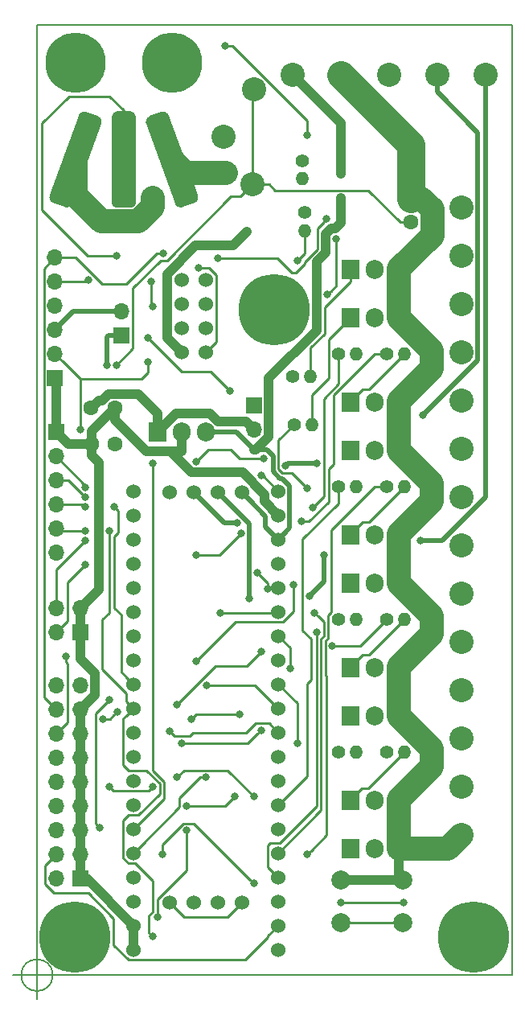
<source format=gbr>
%TF.GenerationSoftware,KiCad,Pcbnew,(5.0.2)-1*%
%TF.CreationDate,2020-01-28T14:28:05-08:00*%
%TF.ProjectId,DMX_CTRL,444d585f-4354-4524-9c2e-6b696361645f,rev?*%
%TF.SameCoordinates,PX4c4b400PY8f0d180*%
%TF.FileFunction,Copper,L1,Top*%
%TF.FilePolarity,Positive*%
%FSLAX46Y46*%
G04 Gerber Fmt 4.6, Leading zero omitted, Abs format (unit mm)*
G04 Created by KiCad (PCBNEW (5.0.2)-1) date 1/28/2020 2:28:05 PM*
%MOMM*%
%LPD*%
G01*
G04 APERTURE LIST*
%ADD10C,0.150000*%
%ADD11C,6.350000*%
%ADD12C,0.100000*%
%ADD13C,2.540000*%
%ADD14C,1.524000*%
%ADD15C,1.400000*%
%ADD16O,1.400000X1.400000*%
%ADD17C,1.600000*%
%ADD18C,7.500000*%
%ADD19R,1.700000X1.700000*%
%ADD20O,1.700000X1.700000*%
%ADD21O,1.905000X2.000000*%
%ADD22R,1.905000X2.000000*%
%ADD23C,2.000000*%
%ADD24C,0.800000*%
%ADD25C,0.250000*%
%ADD26C,1.000000*%
%ADD27C,2.000000*%
%ADD28C,3.000000*%
%ADD29C,2.500000*%
%ADD30C,0.500000*%
G04 APERTURE END LIST*
D10*
X1666666Y0D02*
G75*
G03X1666666Y0I-1666666J0D01*
G01*
X-2500000Y0D02*
X2500000Y0D01*
X0Y2500000D02*
X0Y-2500000D01*
X0Y100000000D02*
X0Y0D01*
X50000000Y100000000D02*
X0Y100000000D01*
X50000000Y0D02*
X50000000Y100000000D01*
X0Y0D02*
X50000000Y0D01*
D11*
X14224000Y96012000D03*
X4064000Y96012000D03*
D12*
G36*
X13390172Y90874742D02*
X13451356Y90862918D01*
X13511086Y90845154D01*
X13568788Y90821621D01*
X13623905Y90792546D01*
X13675907Y90758208D01*
X13724293Y90718939D01*
X13768596Y90675116D01*
X13808391Y90627161D01*
X13843294Y90575537D01*
X13872969Y90520740D01*
X13897130Y90463299D01*
X16937689Y82109432D01*
X16956103Y82049899D01*
X16968594Y81988847D01*
X16975040Y81926866D01*
X16975380Y81864551D01*
X16969610Y81802502D01*
X16957786Y81741318D01*
X16940022Y81681588D01*
X16916489Y81623886D01*
X16887414Y81568769D01*
X16853076Y81516767D01*
X16813807Y81468382D01*
X16769984Y81424078D01*
X16722029Y81384283D01*
X16670405Y81349380D01*
X16615608Y81319705D01*
X16558167Y81295544D01*
X15364758Y80861179D01*
X15305225Y80842765D01*
X15244173Y80830274D01*
X15182192Y80823828D01*
X15119877Y80823488D01*
X15057828Y80829258D01*
X14996644Y80841082D01*
X14936914Y80858846D01*
X14879212Y80882379D01*
X14824095Y80911454D01*
X14772093Y80945792D01*
X14723707Y80985061D01*
X14679404Y81028884D01*
X14639609Y81076839D01*
X14604706Y81128463D01*
X14575031Y81183260D01*
X14550870Y81240701D01*
X11510311Y89594568D01*
X11491897Y89654101D01*
X11479406Y89715153D01*
X11472960Y89777134D01*
X11472620Y89839449D01*
X11478390Y89901498D01*
X11490214Y89962682D01*
X11507978Y90022412D01*
X11531511Y90080114D01*
X11560586Y90135231D01*
X11594924Y90187233D01*
X11634193Y90235618D01*
X11678016Y90279922D01*
X11725971Y90319717D01*
X11777595Y90354620D01*
X11832392Y90384295D01*
X11889833Y90408456D01*
X13083242Y90842821D01*
X13142775Y90861235D01*
X13203827Y90873726D01*
X13265808Y90880172D01*
X13328123Y90880512D01*
X13390172Y90874742D01*
X13390172Y90874742D01*
G37*
D13*
X14224000Y85852000D03*
D12*
G36*
X9841241Y90928942D02*
X9902882Y90919799D01*
X9963331Y90904657D01*
X10022004Y90883664D01*
X10078337Y90857020D01*
X10131787Y90824983D01*
X10181840Y90787862D01*
X10228013Y90746013D01*
X10269862Y90699840D01*
X10306983Y90649787D01*
X10339020Y90596337D01*
X10365664Y90540004D01*
X10386657Y90481331D01*
X10401799Y90420882D01*
X10410942Y90359241D01*
X10414000Y90297000D01*
X10414000Y81407000D01*
X10410942Y81344759D01*
X10401799Y81283118D01*
X10386657Y81222669D01*
X10365664Y81163996D01*
X10339020Y81107663D01*
X10306983Y81054213D01*
X10269862Y81004160D01*
X10228013Y80957987D01*
X10181840Y80916138D01*
X10131787Y80879017D01*
X10078337Y80846980D01*
X10022004Y80820336D01*
X9963331Y80799343D01*
X9902882Y80784201D01*
X9841241Y80775058D01*
X9779000Y80772000D01*
X8509000Y80772000D01*
X8446759Y80775058D01*
X8385118Y80784201D01*
X8324669Y80799343D01*
X8265996Y80820336D01*
X8209663Y80846980D01*
X8156213Y80879017D01*
X8106160Y80916138D01*
X8059987Y80957987D01*
X8018138Y81004160D01*
X7981017Y81054213D01*
X7948980Y81107663D01*
X7922336Y81163996D01*
X7901343Y81222669D01*
X7886201Y81283118D01*
X7877058Y81344759D01*
X7874000Y81407000D01*
X7874000Y90297000D01*
X7877058Y90359241D01*
X7886201Y90420882D01*
X7901343Y90481331D01*
X7922336Y90540004D01*
X7948980Y90596337D01*
X7981017Y90649787D01*
X8018138Y90699840D01*
X8059987Y90746013D01*
X8106160Y90787862D01*
X8156213Y90824983D01*
X8209663Y90857020D01*
X8265996Y90883664D01*
X8324669Y90904657D01*
X8385118Y90919799D01*
X8446759Y90928942D01*
X8509000Y90932000D01*
X9779000Y90932000D01*
X9841241Y90928942D01*
X9841241Y90928942D01*
G37*
D13*
X9144000Y85852000D03*
D12*
G36*
X5022192Y90880172D02*
X5084173Y90873726D01*
X5145225Y90861235D01*
X5204758Y90842821D01*
X6398167Y90408456D01*
X6455608Y90384295D01*
X6510405Y90354620D01*
X6562029Y90319717D01*
X6609984Y90279922D01*
X6653807Y90235619D01*
X6693076Y90187233D01*
X6727414Y90135231D01*
X6756489Y90080114D01*
X6780022Y90022412D01*
X6797786Y89962682D01*
X6809610Y89901498D01*
X6815380Y89839449D01*
X6815040Y89777134D01*
X6808594Y89715153D01*
X6796103Y89654101D01*
X6777689Y89594568D01*
X3737130Y81240701D01*
X3712969Y81183260D01*
X3683294Y81128463D01*
X3648391Y81076839D01*
X3608596Y81028884D01*
X3564292Y80985061D01*
X3515907Y80945792D01*
X3463905Y80911454D01*
X3408788Y80882379D01*
X3351086Y80858846D01*
X3291356Y80841082D01*
X3230172Y80829258D01*
X3168123Y80823488D01*
X3105808Y80823828D01*
X3043827Y80830274D01*
X2982775Y80842765D01*
X2923242Y80861179D01*
X1729833Y81295544D01*
X1672392Y81319705D01*
X1617595Y81349380D01*
X1565971Y81384283D01*
X1518016Y81424078D01*
X1474193Y81468381D01*
X1434924Y81516767D01*
X1400586Y81568769D01*
X1371511Y81623886D01*
X1347978Y81681588D01*
X1330214Y81741318D01*
X1318390Y81802502D01*
X1312620Y81864551D01*
X1312960Y81926866D01*
X1319406Y81988847D01*
X1331897Y82049899D01*
X1350311Y82109432D01*
X4390870Y90463299D01*
X4415031Y90520740D01*
X4444706Y90575537D01*
X4479609Y90627161D01*
X4519404Y90675116D01*
X4563708Y90718939D01*
X4612093Y90758208D01*
X4664095Y90792546D01*
X4719212Y90821621D01*
X4776914Y90845154D01*
X4836644Y90862918D01*
X4897828Y90874742D01*
X4959877Y90880512D01*
X5022192Y90880172D01*
X5022192Y90880172D01*
G37*
D13*
X4064000Y85852000D03*
D14*
X17790000Y73165000D03*
X17790000Y70625000D03*
X17790000Y68085000D03*
X17790000Y65545000D03*
X15250000Y65545000D03*
X15250000Y68085000D03*
X15250000Y70625000D03*
X15250000Y73165000D03*
D15*
X28194000Y80264000D03*
D16*
X28194000Y78364000D03*
D14*
X10170000Y2680000D03*
X10170000Y15380000D03*
X10170000Y33160000D03*
X10170000Y43320000D03*
X10170000Y5220000D03*
X10170000Y28080000D03*
X10170000Y10300000D03*
X10170000Y12840000D03*
X10170000Y7760000D03*
X10170000Y30620000D03*
X10170000Y25540000D03*
X10170000Y38240000D03*
X10170000Y17920000D03*
X10170000Y45860000D03*
X10170000Y40780000D03*
X10170000Y35700000D03*
X10170000Y48400000D03*
X10170000Y23000000D03*
X10170000Y50940000D03*
X10170000Y20460000D03*
X25410000Y2680000D03*
X25410000Y5220000D03*
X25410000Y7760000D03*
X25410000Y10300000D03*
X25410000Y12840000D03*
X25410000Y20460000D03*
X25410000Y15380000D03*
X25410000Y17920000D03*
X25410000Y23000000D03*
X25410000Y25540000D03*
X25410000Y28080000D03*
X25410000Y33160000D03*
X25410000Y30620000D03*
X25410000Y35700000D03*
X25410000Y38240000D03*
X25410000Y45860000D03*
X25410000Y40780000D03*
X25410000Y43320000D03*
X25410000Y48400000D03*
X25410000Y50940000D03*
D13*
X22860000Y93218000D03*
X22660000Y83218000D03*
X19660000Y88218000D03*
D17*
X39370000Y79248000D03*
X39370000Y81748000D03*
X5715000Y59690000D03*
X8215000Y59690000D03*
X8255000Y55880000D03*
X5755000Y55880000D03*
D18*
X4000000Y4000000D03*
X25000000Y70000000D03*
X46000000Y4000000D03*
D19*
X4572000Y36068000D03*
D20*
X2032000Y36068000D03*
X4572000Y38608000D03*
X2032000Y38608000D03*
D19*
X4572000Y10160000D03*
D20*
X2032000Y10160000D03*
X4572000Y12700000D03*
X2032000Y12700000D03*
X4572000Y15240000D03*
X2032000Y15240000D03*
X4572000Y17780000D03*
X2032000Y17780000D03*
X4572000Y20320000D03*
X2032000Y20320000D03*
X4572000Y22860000D03*
X2032000Y22860000D03*
X4572000Y25400000D03*
X2032000Y25400000D03*
X4572000Y27940000D03*
X2032000Y27940000D03*
X4572000Y30480000D03*
X2032000Y30480000D03*
X22860000Y57404000D03*
D19*
X22860000Y59944000D03*
X2000000Y57150000D03*
D20*
X2000000Y54610000D03*
X2000000Y52070000D03*
X2000000Y49530000D03*
X2000000Y46990000D03*
X2000000Y44450000D03*
D19*
X8890000Y67310000D03*
D20*
X8890000Y69850000D03*
X1905000Y75565000D03*
X1905000Y73025000D03*
X1905000Y70485000D03*
X1905000Y67945000D03*
X1905000Y65405000D03*
D19*
X1905000Y62865000D03*
D21*
X38100000Y55245000D03*
X35560000Y55245000D03*
D22*
X33020000Y55245000D03*
X33020000Y46355000D03*
D21*
X35560000Y46355000D03*
X38100000Y46355000D03*
D22*
X33020000Y41275000D03*
D21*
X35560000Y41275000D03*
X38100000Y41275000D03*
X38100000Y32385000D03*
X35560000Y32385000D03*
D22*
X33020000Y32385000D03*
D21*
X38100000Y27305000D03*
X35560000Y27305000D03*
D22*
X33020000Y27305000D03*
X33020000Y18415000D03*
D21*
X35560000Y18415000D03*
X38100000Y18415000D03*
X38100000Y13335000D03*
X35560000Y13335000D03*
D22*
X33020000Y13335000D03*
D21*
X38100000Y74295000D03*
X35560000Y74295000D03*
D22*
X33020000Y74295000D03*
X33020000Y69215000D03*
D21*
X35560000Y69215000D03*
X38100000Y69215000D03*
D22*
X33020000Y60325000D03*
D21*
X35560000Y60325000D03*
X38100000Y60325000D03*
D15*
X31750000Y65405000D03*
D16*
X33650000Y65405000D03*
X38730000Y51435000D03*
D15*
X36830000Y51435000D03*
X31750000Y51435000D03*
D16*
X33650000Y51435000D03*
X38730000Y37465000D03*
D15*
X36830000Y37465000D03*
X31750000Y37465000D03*
D16*
X33650000Y37465000D03*
X38730000Y23495000D03*
D15*
X36830000Y23495000D03*
D16*
X33650000Y23495000D03*
D15*
X31750000Y23495000D03*
X26924000Y62992000D03*
D16*
X28824000Y62992000D03*
D15*
X27056000Y57912000D03*
D16*
X28956000Y57912000D03*
X38730000Y65405000D03*
D15*
X36830000Y65405000D03*
D16*
X27940000Y83820000D03*
D15*
X27940000Y85720000D03*
D23*
X32000000Y5500000D03*
X32000000Y10000000D03*
X38500000Y5500000D03*
X38500000Y10000000D03*
D22*
X12700000Y57150000D03*
D21*
X15240000Y57150000D03*
X17780000Y57150000D03*
D14*
X21590000Y7620000D03*
X19050000Y7620000D03*
X16510000Y7620000D03*
X13970000Y7620000D03*
X13970000Y50800000D03*
X16510000Y50800000D03*
X19050000Y50800000D03*
X21590000Y50800000D03*
D13*
X44704000Y14732000D03*
X44704000Y19812000D03*
X44704000Y24892000D03*
X44704000Y29972000D03*
X44704000Y35052000D03*
X44704000Y40132000D03*
X44704000Y45212000D03*
X44704000Y50292000D03*
X44704000Y55372000D03*
X44704000Y60452000D03*
X44704000Y65532000D03*
X44704000Y70612000D03*
X44704000Y75692000D03*
X44704000Y80772000D03*
X26924000Y94742000D03*
X32004000Y94742000D03*
X37084000Y94742000D03*
X42164000Y94742000D03*
X47244000Y94742000D03*
D24*
X8352456Y64226766D03*
X22098000Y78232000D03*
X32004000Y94742000D03*
X12192000Y81788000D03*
X32004000Y81788000D03*
X32004000Y84328000D03*
X19939999Y84472397D03*
X5080000Y43180000D03*
X5080000Y45720000D03*
X7620000Y28956000D03*
X14732000Y28448000D03*
X6604000Y15530990D03*
X23585010Y34036000D03*
X16256000Y26924000D03*
X21336000Y27432000D03*
X23202010Y42327043D03*
X24304148Y40694446D03*
X7620000Y19812000D03*
X12192000Y19812000D03*
X14732000Y20828000D03*
X22860000Y18796000D03*
X27432000Y24384000D03*
X11684000Y64516000D03*
X4572000Y57404000D03*
X3048000Y33528000D03*
X17853172Y30543852D03*
X8472313Y27750688D03*
X6986362Y26976720D03*
X13965340Y25658660D03*
X11985813Y72990732D03*
X12192000Y70390699D03*
X13336394Y75972157D03*
X7352446Y64225010D03*
X20320000Y61468000D03*
X11684000Y67056000D03*
X23622000Y52578000D03*
X5084660Y51312660D03*
X5080000Y50292000D03*
X8128000Y49276000D03*
X5075340Y49271340D03*
X7620000Y46736000D03*
X5080000Y46736000D03*
X12192000Y4064000D03*
X12192000Y53848000D03*
X29027659Y49204341D03*
X29244943Y38144263D03*
X28448000Y12700000D03*
X15244660Y24379340D03*
X23585010Y25781605D03*
X31089032Y34634153D03*
X20828000Y18796000D03*
X15748000Y17780000D03*
X38608000Y7620000D03*
X32004000Y7620000D03*
X12700000Y6096000D03*
X15748000Y15240000D03*
X13208000Y12700000D03*
X22860000Y9652000D03*
X23876000Y54356000D03*
X16748175Y54017990D03*
X16764000Y44196000D03*
X28443672Y51245396D03*
X21501990Y46484536D03*
X16764000Y33020000D03*
X27852639Y47752000D03*
X27031474Y41090202D03*
X27432000Y75184000D03*
X29464000Y36068000D03*
X31496000Y77470000D03*
X30550011Y71628000D03*
X17780000Y20828000D03*
X5385834Y73205441D03*
X17022660Y74417340D03*
X26665340Y32262659D03*
X19304000Y38100000D03*
X40640000Y58928000D03*
X29464000Y53848000D03*
X26162000Y53594000D03*
X21071947Y47575957D03*
X40386000Y45720000D03*
X30226000Y44196000D03*
X28702000Y39878000D03*
X22352000Y39624000D03*
X19050000Y75438000D03*
X30524890Y79576816D03*
X8382000Y75677981D03*
X28448000Y88392000D03*
X19812000Y97790000D03*
D25*
X22660000Y93018000D02*
X22860000Y93218000D01*
X22660000Y83218000D02*
X22660000Y93018000D01*
X22660000Y83218000D02*
X24456051Y83218000D01*
X24456051Y83218000D02*
X25061040Y82613011D01*
X38238630Y79248000D02*
X39370000Y79248000D01*
X34873619Y82613011D02*
X38238630Y79248000D01*
X25061040Y82613011D02*
X34873619Y82613011D01*
X10108792Y72324976D02*
X13030972Y75247156D01*
X21390001Y81948001D02*
X22660000Y83218000D01*
X10108792Y65983102D02*
X10108792Y72324976D01*
X13684395Y75247156D02*
X20385240Y81948001D01*
X8352456Y64226766D02*
X10108792Y65983102D01*
X13030972Y75247156D02*
X13684395Y75247156D01*
X20385240Y81948001D02*
X21390001Y81948001D01*
D26*
X38100000Y10400000D02*
X38500000Y10000000D01*
X38100000Y13335000D02*
X38100000Y10400000D01*
X38500000Y10000000D02*
X32000000Y10000000D01*
X10170000Y2680000D02*
X10170000Y5220000D01*
X4572000Y10160000D02*
X4572000Y12700000D01*
X4572000Y12700000D02*
X4572000Y15240000D01*
X4572000Y15240000D02*
X4572000Y17780000D01*
X4572000Y17780000D02*
X4572000Y20320000D01*
X4572000Y20320000D02*
X4572000Y22860000D01*
X4572000Y22860000D02*
X4572000Y25400000D01*
X4572000Y36068000D02*
X4572000Y38608000D01*
X3270000Y55880000D02*
X2000000Y57150000D01*
X5755000Y55880000D02*
X3270000Y55880000D01*
X2000000Y62770000D02*
X1905000Y62865000D01*
X2000000Y57150000D02*
X2000000Y62770000D01*
X5755000Y57230000D02*
X8215000Y59690000D01*
X5755000Y55880000D02*
X5755000Y57230000D01*
X10170000Y5220000D02*
X5230000Y10160000D01*
X5230000Y10160000D02*
X4572000Y10160000D01*
X6519998Y40555998D02*
X6519998Y53983632D01*
X6519998Y53983632D02*
X5755000Y54748630D01*
X4572000Y38608000D02*
X6519998Y40555998D01*
X5755000Y54748630D02*
X5755000Y55880000D01*
X4572000Y27598288D02*
X4572000Y27940000D01*
X4572000Y25400000D02*
X4572000Y27598288D01*
X6122001Y31770256D02*
X4572000Y33320257D01*
X4572000Y33320257D02*
X4572000Y34218000D01*
X6122001Y29490001D02*
X6122001Y31770256D01*
X4572000Y34218000D02*
X4572000Y36068000D01*
X4572000Y27940000D02*
X6122001Y29490001D01*
D27*
X38100000Y54877002D02*
X38100000Y55245000D01*
D28*
X39370000Y87376000D02*
X39370000Y81748000D01*
X32004000Y94742000D02*
X39370000Y87376000D01*
D29*
X38100000Y74342500D02*
X38100000Y74295000D01*
X41620001Y77862501D02*
X38100000Y74342500D01*
X41620001Y80629369D02*
X41620001Y77862501D01*
X40501370Y81748000D02*
X41620001Y80629369D01*
X39370000Y81748000D02*
X40501370Y81748000D01*
X38100000Y74295000D02*
X38100000Y69215000D01*
X38100000Y60372500D02*
X38100000Y60325000D01*
X41552500Y63825000D02*
X38100000Y60372500D01*
X41552500Y65715000D02*
X41552500Y63825000D01*
X38100000Y69167500D02*
X41552500Y65715000D01*
X38100000Y69215000D02*
X38100000Y69167500D01*
X38100000Y60325000D02*
X38100000Y55245000D01*
X38100000Y46402500D02*
X38100000Y46355000D01*
X41552500Y49855000D02*
X38100000Y46402500D01*
X41552500Y51745000D02*
X41552500Y49855000D01*
X38100000Y55197500D02*
X41552500Y51745000D01*
X38100000Y55245000D02*
X38100000Y55197500D01*
X38100000Y46355000D02*
X38100000Y41275000D01*
X38100000Y32432500D02*
X38100000Y32385000D01*
X41552500Y35885000D02*
X38100000Y32432500D01*
X41552500Y37775000D02*
X41552500Y35885000D01*
X38100000Y41227500D02*
X41552500Y37775000D01*
X38100000Y41275000D02*
X38100000Y41227500D01*
X38100000Y32385000D02*
X38100000Y27305000D01*
X38100000Y18462500D02*
X38100000Y18415000D01*
X41552500Y21915000D02*
X38100000Y18462500D01*
X41552500Y23805000D02*
X41552500Y21915000D01*
X38100000Y27257500D02*
X41552500Y23805000D01*
X38100000Y27305000D02*
X38100000Y27257500D01*
X38100000Y18415000D02*
X38100000Y13335000D01*
X43307000Y13335000D02*
X44704000Y14732000D01*
X38100000Y13335000D02*
X43307000Y13335000D01*
D26*
X13716000Y73794762D02*
X16713239Y76792001D01*
X15250000Y65545000D02*
X13716000Y67079000D01*
X20658001Y76792001D02*
X21698001Y77832001D01*
X16713239Y76792001D02*
X20658001Y76792001D01*
X13716000Y67079000D02*
X13716000Y73794762D01*
X21698001Y77832001D02*
X22098000Y78232000D01*
X16220174Y52917989D02*
X14020163Y55118000D01*
X21635773Y52917989D02*
X16220174Y52917989D01*
X23947999Y50605763D02*
X21635773Y52917989D01*
X23947999Y49862001D02*
X23947999Y50605763D01*
X25410000Y48400000D02*
X23947999Y49862001D01*
X8215000Y58558630D02*
X8215000Y59690000D01*
X8215000Y58422498D02*
X8215000Y58558630D01*
X11519498Y55118000D02*
X8215000Y58422498D01*
X14020163Y55118000D02*
X11519498Y55118000D01*
X15240000Y55150000D02*
X15240000Y57150000D01*
X15208000Y55118000D02*
X15240000Y55150000D01*
X14020163Y55118000D02*
X15208000Y55118000D01*
D29*
X4064000Y82038769D02*
X4064000Y85852000D01*
X6780779Y79321990D02*
X4064000Y82038769D01*
X10642642Y79321990D02*
X6780779Y79321990D01*
X12192000Y80871348D02*
X10642642Y79321990D01*
X12192000Y81788000D02*
X12192000Y80871348D01*
D26*
X12700000Y57197500D02*
X12700000Y57150000D01*
X14652500Y59150000D02*
X12700000Y57197500D01*
X18164502Y59150000D02*
X14652500Y59150000D01*
X19060503Y58253999D02*
X18164502Y59150000D01*
X22010001Y58253999D02*
X19060503Y58253999D01*
X22860000Y57404000D02*
X22010001Y58253999D01*
X10659999Y61190001D02*
X7549746Y61190001D01*
X6849744Y60489999D02*
X6514999Y60489999D01*
X7549746Y61190001D02*
X6849744Y60489999D01*
X12700000Y59150000D02*
X10659999Y61190001D01*
X12700000Y57150000D02*
X12700000Y59150000D01*
X6514999Y60489999D02*
X5715000Y59690000D01*
D30*
X17780000Y57150000D02*
X20993762Y57150000D01*
X20993762Y57150000D02*
X22860000Y55283762D01*
D26*
X32004000Y89662000D02*
X26924000Y94742000D01*
X32004000Y84328000D02*
X32004000Y89662000D01*
X23033764Y55283762D02*
X24410001Y56659999D01*
X31430005Y78570001D02*
X32004000Y79143996D01*
X22860000Y55283762D02*
X23033764Y55283762D01*
X30395999Y76090847D02*
X30395999Y77998001D01*
X29450001Y75144849D02*
X30395999Y76090847D01*
X29450001Y67863999D02*
X29450001Y75144849D01*
X32004000Y81222315D02*
X32004000Y81788000D01*
X24410001Y56659999D02*
X24410001Y62823999D01*
X24410001Y62823999D02*
X29450001Y67863999D01*
X30395999Y77998001D02*
X30967999Y78570001D01*
X32004000Y79143996D02*
X32004000Y81222315D01*
X30967999Y78570001D02*
X31430005Y78570001D01*
D30*
X24861987Y54628017D02*
X24861988Y53007820D01*
X26622001Y47072001D02*
X26171999Y46621999D01*
X24206242Y55283762D02*
X24861987Y54628017D01*
X24861988Y53007820D02*
X25575821Y52293987D01*
X25575821Y52293987D02*
X25829821Y52293987D01*
X26622001Y51501807D02*
X26622001Y47072001D01*
X26171999Y46621999D02*
X25410000Y45860000D01*
X22860000Y55283762D02*
X24206242Y55283762D01*
X25829821Y52293987D02*
X26622001Y51501807D01*
X24068010Y48321990D02*
X22351999Y50038001D01*
X24068010Y47201990D02*
X24068010Y48321990D01*
X22351999Y50038001D02*
X21590000Y50800000D01*
X25410000Y45860000D02*
X24068010Y47201990D01*
D29*
X15603603Y84472397D02*
X19939999Y84472397D01*
X14224000Y85852000D02*
X15603603Y84472397D01*
D25*
X3207001Y41307001D02*
X5080000Y43180000D01*
X2032000Y36068000D02*
X3207001Y37243001D01*
X3207001Y37243001D02*
X3207001Y41307001D01*
X2032000Y38608000D02*
X2032000Y42672000D01*
X2032000Y42672000D02*
X5080000Y45720000D01*
X24322999Y4132999D02*
X24322999Y4002999D01*
X25410000Y5220000D02*
X24322999Y4132999D01*
X8075001Y5956001D02*
X5395002Y8636000D01*
X24322999Y4002999D02*
X21912999Y1592999D01*
X21912999Y1592999D02*
X9648239Y1592999D01*
X9648239Y1592999D02*
X8075001Y3166237D01*
X8075001Y3166237D02*
X8075001Y5956001D01*
X1182001Y11850001D02*
X2032000Y12700000D01*
X856999Y11524999D02*
X1182001Y11850001D01*
X856999Y9595999D02*
X856999Y11524999D01*
X1816998Y8636000D02*
X856999Y9595999D01*
X5395002Y8636000D02*
X1816998Y8636000D01*
X6204001Y15930989D02*
X6604000Y15530990D01*
X7620000Y28956000D02*
X6204001Y27540001D01*
X6204001Y27540001D02*
X6204001Y15930989D01*
X14732000Y28448000D02*
X18796000Y32512000D01*
X18796000Y32512000D02*
X22061010Y32512000D01*
X23185011Y33636001D02*
X23585010Y34036000D01*
X22061010Y32512000D02*
X23185011Y33636001D01*
X16256000Y26924000D02*
X16764000Y27432000D01*
X16764000Y27432000D02*
X21336000Y27432000D01*
X24304148Y41224905D02*
X24304148Y40694446D01*
X23202010Y42327043D02*
X24304148Y41224905D01*
X11752999Y19372999D02*
X12192000Y19812000D01*
X8059001Y19372999D02*
X11752999Y19372999D01*
X7620000Y19812000D02*
X8059001Y19372999D01*
X20102999Y21553001D02*
X22860000Y18796000D01*
X14732000Y20828000D02*
X15457001Y21553001D01*
X15457001Y21553001D02*
X20102999Y21553001D01*
X27432000Y28598000D02*
X25410000Y30620000D01*
X27432000Y24384000D02*
X27432000Y28598000D01*
X2754999Y64555001D02*
X1905000Y65405000D01*
X4535002Y62774998D02*
X2754999Y64555001D01*
X11016002Y62774998D02*
X4535002Y62774998D01*
X11684000Y63442996D02*
X11016002Y62774998D01*
X11684000Y64516000D02*
X11684000Y63442996D01*
X4535002Y62774998D02*
X4535002Y57440998D01*
X4535002Y57440998D02*
X4572000Y57404000D01*
X2881999Y26249999D02*
X2032000Y25400000D01*
X3207001Y26575001D02*
X2881999Y26249999D01*
X3207001Y32803314D02*
X3207001Y26575001D01*
X3048000Y32962315D02*
X3207001Y32803314D01*
X3048000Y33528000D02*
X3048000Y32962315D01*
X22946148Y30543852D02*
X17853172Y30543852D01*
X25410000Y28080000D02*
X22946148Y30543852D01*
X1182001Y28789999D02*
X2032000Y27940000D01*
X729999Y29242001D02*
X1182001Y28789999D01*
X729999Y74389999D02*
X729999Y29242001D01*
X1905000Y75565000D02*
X729999Y74389999D01*
X7698345Y26976720D02*
X8072314Y27350689D01*
X8072314Y27350689D02*
X8472313Y27750688D01*
X6986362Y26976720D02*
X7698345Y26976720D01*
X23015331Y26506606D02*
X22048725Y25540000D01*
X16453002Y25540000D02*
X16096001Y25182999D01*
X14365339Y25258661D02*
X13965340Y25658660D01*
X16096001Y25182999D02*
X14441001Y25182999D01*
X14441001Y25182999D02*
X14365339Y25258661D01*
X22048725Y25540000D02*
X16453002Y25540000D01*
X25410000Y25540000D02*
X24443394Y26506606D01*
X24443394Y26506606D02*
X23015331Y26506606D01*
X11985813Y70596886D02*
X12192000Y70390699D01*
X11985813Y72990732D02*
X11985813Y70596886D01*
X9415410Y72774987D02*
X12612580Y75972157D01*
X12770709Y75972157D02*
X13336394Y75972157D01*
X4051595Y75565000D02*
X6841608Y72774987D01*
X1905000Y75565000D02*
X4051595Y75565000D01*
X6841608Y72774987D02*
X9415410Y72774987D01*
X12612580Y75972157D02*
X12770709Y75972157D01*
X2000000Y44450000D02*
X1270000Y44450000D01*
D30*
X7352446Y64790695D02*
X7352446Y64225010D01*
X7352446Y67122446D02*
X7352446Y64790695D01*
X7540000Y67310000D02*
X7352446Y67122446D01*
X8890000Y67310000D02*
X7540000Y67310000D01*
D25*
X20320000Y61468000D02*
X18288000Y63500000D01*
X18288000Y63500000D02*
X15240000Y63500000D01*
X15240000Y63500000D02*
X11684000Y67056000D01*
X23772000Y52578000D02*
X25410000Y50940000D01*
X23622000Y52578000D02*
X23772000Y52578000D01*
X2000000Y54610000D02*
X5084660Y51525340D01*
X5084660Y51525340D02*
X5084660Y51312660D01*
X3302000Y52070000D02*
X5080000Y50292000D01*
X2000000Y52070000D02*
X3302000Y52070000D01*
X8128000Y49276000D02*
X8527999Y48876001D01*
X8128000Y38665004D02*
X8853002Y37940002D01*
X8853002Y31936998D02*
X9408001Y31381999D01*
X8853002Y37940002D02*
X8853002Y31936998D01*
X9408001Y31381999D02*
X10170000Y30620000D01*
X8527999Y48876001D02*
X8527999Y46570995D01*
X8527999Y46570995D02*
X8128000Y46170996D01*
X8128000Y46170996D02*
X8128000Y38665004D01*
X4816680Y49530000D02*
X5075340Y49271340D01*
X2000000Y49530000D02*
X4816680Y49530000D01*
X32000000Y5500000D02*
X38500000Y5500000D01*
X2254000Y46736000D02*
X2000000Y46990000D01*
X5080000Y46736000D02*
X2254000Y46736000D01*
X9408001Y28841999D02*
X9408001Y29650997D01*
X6894998Y32164000D02*
X6894998Y37432002D01*
X10170000Y28080000D02*
X9408001Y28841999D01*
X6894998Y37432002D02*
X7620000Y38157004D01*
X7620000Y38157004D02*
X7620000Y46170315D01*
X9408001Y29650997D02*
X6894998Y32164000D01*
X7620000Y46170315D02*
X7620000Y46736000D01*
X9648239Y11752999D02*
X9082999Y12318239D01*
X9082999Y12318239D02*
X9082999Y16267759D01*
X9648239Y16832999D02*
X10691761Y16832999D01*
X9082999Y16267759D02*
X9648239Y16832999D01*
X12192000Y9886762D02*
X10325763Y11752999D01*
X9082999Y22112241D02*
X9082999Y26992999D01*
X9408001Y27318001D02*
X10170000Y28080000D01*
X10325763Y11752999D02*
X9648239Y11752999D01*
X11792001Y4463999D02*
X11792001Y6261003D01*
X9082999Y26992999D02*
X9408001Y27318001D01*
X12192000Y4064000D02*
X11792001Y4463999D01*
X12192000Y6661002D02*
X12192000Y9886762D01*
X11792001Y6261003D02*
X12192000Y6661002D01*
X10691761Y16832999D02*
X12917002Y19058240D01*
X12917002Y19058240D02*
X12917002Y20160002D01*
X12917002Y20160002D02*
X11530003Y21547001D01*
X11530003Y21547001D02*
X9648239Y21547001D01*
X9648239Y21547001D02*
X9082999Y22112241D01*
D30*
X3810000Y69850000D02*
X7687919Y69850000D01*
X7687919Y69850000D02*
X8890000Y69850000D01*
X1905000Y67945000D02*
X3810000Y69850000D01*
D25*
X13367013Y20346402D02*
X13367013Y18577013D01*
X12192000Y21521415D02*
X13367013Y20346402D01*
X12192000Y53848000D02*
X12192000Y21521415D01*
X13367013Y18577013D02*
X10931999Y16141999D01*
X10931999Y16141999D02*
X10170000Y15380000D01*
X34975010Y47680010D02*
X38730000Y51435000D01*
X34297510Y47680010D02*
X34975010Y47680010D01*
X33020000Y46402500D02*
X34297510Y47680010D01*
X33020000Y46355000D02*
X33020000Y46402500D01*
X38030001Y36765001D02*
X38730000Y37465000D01*
X34975010Y33710010D02*
X38030001Y36765001D01*
X34297510Y33710010D02*
X34975010Y33710010D01*
X33020000Y32432500D02*
X34297510Y33710010D01*
X33020000Y32385000D02*
X33020000Y32432500D01*
X38030001Y22795001D02*
X38730000Y23495000D01*
X34900000Y19665000D02*
X38030001Y22795001D01*
X34222500Y19665000D02*
X34900000Y19665000D01*
X33020000Y18462500D02*
X34222500Y19665000D01*
X33020000Y18415000D02*
X33020000Y18462500D01*
X33020000Y73045000D02*
X33020000Y74295000D01*
X30275012Y70300012D02*
X33020000Y73045000D01*
X30275012Y67522269D02*
X30275012Y70300012D01*
X28824000Y62992000D02*
X28824000Y66071257D01*
X28824000Y66071257D02*
X30275012Y67522269D01*
X33020000Y69167500D02*
X33020000Y69215000D01*
X30724999Y66872499D02*
X33020000Y69167500D01*
X30724999Y62862997D02*
X30724999Y66872499D01*
X28956000Y61093998D02*
X30724999Y62862997D01*
X28956000Y57912000D02*
X28956000Y61093998D01*
X38030001Y64705001D02*
X38730000Y65405000D01*
X34975010Y61650010D02*
X38030001Y64705001D01*
X34297510Y61650010D02*
X34975010Y61650010D01*
X33020000Y60372500D02*
X34297510Y61650010D01*
X33020000Y60325000D02*
X33020000Y60372500D01*
X25410000Y12840000D02*
X29914011Y17344011D01*
X29914011Y17344011D02*
X29914011Y35373600D01*
X29914011Y35373600D02*
X30189001Y35648590D01*
X30189001Y35648590D02*
X30189001Y37200205D01*
X30189001Y37200205D02*
X29644942Y37744264D01*
X29644942Y37744264D02*
X29244943Y38144263D01*
X31750000Y65405000D02*
X31750000Y62228913D01*
X29427658Y49604340D02*
X29027659Y49204341D01*
X30189001Y50365683D02*
X29427658Y49604340D01*
X30189001Y60667914D02*
X30189001Y50365683D01*
X31750000Y62228913D02*
X30189001Y60667914D01*
X30480000Y14732000D02*
X28847999Y13099999D01*
X30480000Y31473167D02*
X30480000Y14732000D01*
X30364022Y35187200D02*
X30364022Y31589145D01*
X36830000Y51435000D02*
X35562498Y51435000D01*
X35562498Y51435000D02*
X30951001Y46823503D01*
X28847999Y13099999D02*
X28448000Y12700000D01*
X30364022Y31589145D02*
X30480000Y31473167D01*
X30639012Y35462190D02*
X30364022Y35187200D01*
X30951001Y46823503D02*
X30951001Y38183003D01*
X30951001Y38183003D02*
X30639012Y37871014D01*
X30639012Y37871014D02*
X30639012Y35462190D01*
X28854976Y35401974D02*
X28854976Y31120964D01*
X27976998Y45879998D02*
X27976998Y36279952D01*
X28854976Y31120964D02*
X28448000Y30713988D01*
X27976998Y36279952D02*
X28854976Y35401974D01*
X28448000Y30713988D02*
X28448000Y20958000D01*
X26171999Y18681999D02*
X25410000Y17920000D01*
X28448000Y20958000D02*
X26171999Y18681999D01*
X31750000Y49653000D02*
X27976998Y45879998D01*
X31750000Y51435000D02*
X31750000Y49653000D01*
X15244660Y24379340D02*
X22182745Y24379340D01*
X23185011Y25381606D02*
X23585010Y25781605D01*
X22182745Y24379340D02*
X23185011Y25381606D01*
X31654717Y34634153D02*
X31089032Y34634153D01*
X33999153Y34634153D02*
X31654717Y34634153D01*
X36830000Y37465000D02*
X33999153Y34634153D01*
X20828000Y18796000D02*
X19812000Y17780000D01*
X19812000Y17780000D02*
X15748000Y17780000D01*
X38608000Y7620000D02*
X32004000Y7620000D01*
X15748000Y11006762D02*
X15748000Y15240000D01*
X12700000Y7958762D02*
X15748000Y11006762D01*
X12700000Y6096000D02*
X12700000Y7958762D01*
X22460001Y10051999D02*
X22860000Y9652000D01*
X16546998Y15965002D02*
X22460001Y10051999D01*
X13208000Y13773004D02*
X15399998Y15965002D01*
X13208000Y12700000D02*
X13208000Y13773004D01*
X15399998Y15965002D02*
X16546998Y15965002D01*
X20372494Y55348009D02*
X18078194Y55348009D01*
X23876000Y54356000D02*
X21364503Y54356000D01*
X18078194Y55348009D02*
X16748175Y54017990D01*
X21364503Y54356000D02*
X20372494Y55348009D01*
X28043673Y51645395D02*
X28443672Y51245396D01*
X26820070Y52868998D02*
X28043673Y51645395D01*
X25436998Y53245998D02*
X25813998Y52868998D01*
X25436998Y56292998D02*
X25436998Y53245998D01*
X27056000Y57912000D02*
X25436998Y56292998D01*
X25813998Y52868998D02*
X26820070Y52868998D01*
X19213454Y44196000D02*
X21101991Y46084537D01*
X21101991Y46084537D02*
X21501990Y46484536D01*
X16764000Y44196000D02*
X19213454Y44196000D01*
X30724999Y49828679D02*
X28648320Y47752000D01*
X36830000Y65405000D02*
X35562498Y65405000D01*
X28648320Y47752000D02*
X28418324Y47752000D01*
X30724999Y53273997D02*
X30724999Y49828679D01*
X31205001Y61047503D02*
X31205001Y53753999D01*
X31205001Y53753999D02*
X30724999Y53273997D01*
X28418324Y47752000D02*
X27852639Y47752000D01*
X35562498Y65405000D02*
X31205001Y61047503D01*
X27031474Y40524517D02*
X27031474Y41090202D01*
X27031474Y38252712D02*
X27031474Y40524517D01*
X25931761Y37152999D02*
X27031474Y38252712D01*
X16764000Y33020000D02*
X20896999Y37152999D01*
X20896999Y37152999D02*
X25931761Y37152999D01*
X28194000Y75946000D02*
X27432000Y75184000D01*
X28194000Y78364000D02*
X28194000Y75946000D01*
X25565763Y13927001D02*
X24595001Y13927001D01*
X29464000Y17825238D02*
X25565763Y13927001D01*
X29464000Y36068000D02*
X29464000Y17825238D01*
X24648001Y11061999D02*
X25410000Y10300000D01*
X24322999Y11387001D02*
X24648001Y11061999D01*
X24322999Y13654999D02*
X24322999Y11387001D01*
X24595001Y13927001D02*
X24322999Y13654999D01*
X30950010Y72027999D02*
X30550011Y71628000D01*
X31496000Y77470000D02*
X31496000Y72573989D01*
X31496000Y72573989D02*
X30950010Y72027999D01*
X17780000Y20828000D02*
X17214315Y20828000D01*
X15022998Y18636683D02*
X15022998Y17692998D01*
X10931999Y13601999D02*
X10170000Y12840000D01*
X15022998Y17692998D02*
X10931999Y13601999D01*
X17214315Y20828000D02*
X15022998Y18636683D01*
X1905000Y73025000D02*
X5205393Y73025000D01*
X5205393Y73025000D02*
X5385834Y73205441D01*
X17790000Y65545000D02*
X18877001Y66632001D01*
X18877001Y66632001D02*
X18877001Y73686761D01*
X18877001Y73686761D02*
X18146422Y74417340D01*
X18146422Y74417340D02*
X17588345Y74417340D01*
X17588345Y74417340D02*
X17022660Y74417340D01*
X20828001Y6858001D02*
X21590000Y7620000D01*
X20066000Y6096000D02*
X20828001Y6858001D01*
X15494000Y6096000D02*
X20066000Y6096000D01*
X13970000Y7620000D02*
X15494000Y6096000D01*
X25410000Y35700000D02*
X26665340Y34444660D01*
X26665340Y32828344D02*
X26665340Y32262659D01*
X26665340Y34444660D02*
X26665340Y32828344D01*
X25270000Y38100000D02*
X25410000Y38240000D01*
X19304000Y38100000D02*
X25270000Y38100000D01*
D30*
X46424001Y88685948D02*
X46424001Y64712001D01*
X42164000Y94742000D02*
X42164000Y92945949D01*
X42164000Y92945949D02*
X46424001Y88685948D01*
X46424001Y64712001D02*
X40640000Y58928000D01*
X26416000Y53848000D02*
X26162000Y53594000D01*
X29464000Y53848000D02*
X26416000Y53848000D01*
X19734043Y47575957D02*
X20506262Y47575957D01*
X16510000Y50800000D02*
X19734043Y47575957D01*
X20506262Y47575957D02*
X21071947Y47575957D01*
X42677602Y45720000D02*
X40386000Y45720000D01*
X47244000Y50286398D02*
X42677602Y45720000D01*
X47244000Y94742000D02*
X47244000Y50286398D01*
X30226000Y41402000D02*
X28702000Y39878000D01*
X30226000Y44196000D02*
X30226000Y41402000D01*
X22352000Y47498000D02*
X19050000Y50800000D01*
X22352000Y39624000D02*
X22352000Y47498000D01*
D25*
X29570988Y76432578D02*
X29570988Y78622914D01*
X29570988Y78622914D02*
X30124891Y79176817D01*
X28157002Y75018592D02*
X29570988Y76432578D01*
X28157002Y74835998D02*
X28157002Y75018592D01*
X25342996Y75438000D02*
X26829998Y73950998D01*
X26829998Y73950998D02*
X27272002Y73950998D01*
X19050000Y75438000D02*
X25342996Y75438000D01*
X27272002Y73950998D02*
X28157002Y74835998D01*
X30124891Y79176817D02*
X30524890Y79576816D01*
X9144000Y91032000D02*
X9144000Y85852000D01*
X5348019Y75677981D02*
X508000Y80518000D01*
X508000Y80518000D02*
X508000Y89662000D01*
X508000Y89662000D02*
X3357999Y92511999D01*
X8382000Y75677981D02*
X5348019Y75677981D01*
X3357999Y92511999D02*
X7664001Y92511999D01*
X7664001Y92511999D02*
X9144000Y91032000D01*
X28448000Y88957685D02*
X28448000Y88392000D01*
X28448000Y89916000D02*
X28448000Y88957685D01*
X20574000Y97790000D02*
X28448000Y89916000D01*
X19812000Y97790000D02*
X20574000Y97790000D01*
M02*

</source>
